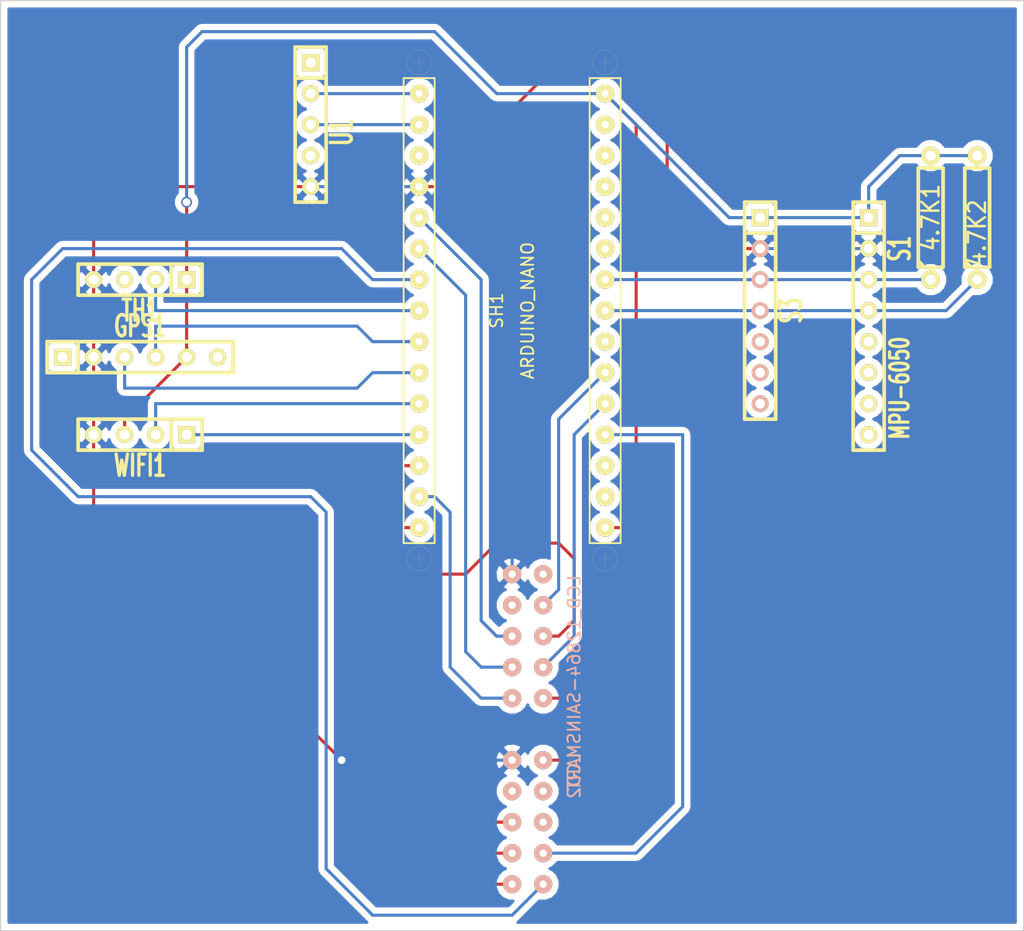
<source format=kicad_pcb>
(kicad_pcb (version 3) (host pcbnew "(25-Oct-2014 BZR 4029)-stable")

  (general
    (links 41)
    (no_connects 0)
    (area 156.368045 114.249999 243.890001 190.550001)
    (thickness 1.6)
    (drawings 4)
    (tracks 126)
    (zones 0)
    (modules 10)
    (nets 22)
  )

  (page A3)
  (layers
    (15 F.Cu signal)
    (0 B.Cu signal)
    (16 B.Adhes user)
    (17 F.Adhes user)
    (18 B.Paste user)
    (19 F.Paste user)
    (20 B.SilkS user)
    (21 F.SilkS user)
    (22 B.Mask user)
    (23 F.Mask user)
    (24 Dwgs.User user)
    (25 Cmts.User user)
    (26 Eco1.User user)
    (27 Eco2.User user)
    (28 Edge.Cuts user)
  )

  (setup
    (last_trace_width 0.254)
    (trace_clearance 0.254)
    (zone_clearance 0.508)
    (zone_45_only yes)
    (trace_min 0.254)
    (segment_width 0.2)
    (edge_width 0.1)
    (via_size 0.889)
    (via_drill 0.635)
    (via_min_size 0.889)
    (via_min_drill 0.508)
    (uvia_size 0.508)
    (uvia_drill 0.127)
    (uvias_allowed no)
    (uvia_min_size 0.508)
    (uvia_min_drill 0.127)
    (pcb_text_width 0.3)
    (pcb_text_size 1.5 1.5)
    (mod_edge_width 0.15)
    (mod_text_size 1 1)
    (mod_text_width 0.15)
    (pad_size 1.5 1.5)
    (pad_drill 0.6)
    (pad_to_mask_clearance 0)
    (aux_axis_origin 0 0)
    (visible_elements FFFFFFBF)
    (pcbplotparams
      (layerselection 3178497)
      (usegerberextensions true)
      (excludeedgelayer true)
      (linewidth 0.150000)
      (plotframeref false)
      (viasonmask false)
      (mode 1)
      (useauxorigin false)
      (hpglpennumber 1)
      (hpglpenspeed 20)
      (hpglpendiameter 15)
      (hpglpenoverlay 2)
      (psnegative false)
      (psa4output false)
      (plotreference true)
      (plotvalue true)
      (plotothertext true)
      (plotinvisibletext false)
      (padsonsilk false)
      (subtractmaskfromsilk false)
      (outputformat 1)
      (mirror false)
      (drillshape 1)
      (scaleselection 1)
      (outputdirectory ""))
  )

  (net 0 "")
  (net 1 +5V)
  (net 2 /BTN_EN1)
  (net 3 /BTN_EN2)
  (net 4 /BTN_ENC)
  (net 5 /BTN_STOP)
  (net 6 /Beeper)
  (net 7 /DHT22_DATA)
  (net 8 /LCD_SLAVE)
  (net 9 /MISO)
  (net 10 /MOSI)
  (net 11 /RX_ESP01)
  (net 12 /RX_GPS)
  (net 13 /RX_PC)
  (net 14 /SCK)
  (net 15 /SCL)
  (net 16 /SDA)
  (net 17 /SD_SLAVE)
  (net 18 /TX_ESP01)
  (net 19 /TX_GPS)
  (net 20 /TX_PC)
  (net 21 GND)

  (net_class Default "This is the default net class."
    (clearance 0.254)
    (trace_width 0.254)
    (via_dia 0.889)
    (via_drill 0.635)
    (uvia_dia 0.508)
    (uvia_drill 0.127)
    (add_net "")
    (add_net +5V)
    (add_net /BTN_EN1)
    (add_net /BTN_EN2)
    (add_net /BTN_ENC)
    (add_net /BTN_STOP)
    (add_net /Beeper)
    (add_net /DHT22_DATA)
    (add_net /LCD_SLAVE)
    (add_net /MISO)
    (add_net /MOSI)
    (add_net /RX_ESP01)
    (add_net /RX_GPS)
    (add_net /RX_PC)
    (add_net /SCK)
    (add_net /SCL)
    (add_net /SDA)
    (add_net /SD_SLAVE)
    (add_net /TX_ESP01)
    (add_net /TX_GPS)
    (add_net /TX_PC)
    (add_net GND)
  )

  (module SIL-8 (layer F.Cu) (tedit 200000) (tstamp 57673795)
    (at 231.14 140.97 270)
    (descr "Connecteur 8 pins")
    (tags "CONN DEV")
    (path /5767036F)
    (fp_text reference S1 (at -6.35 -2.54 270) (layer F.SilkS)
      (effects (font (size 1.72974 1.08712) (thickness 0.3048)))
    )
    (fp_text value MPU-6050 (at 5.08 -2.54 270) (layer F.SilkS)
      (effects (font (size 1.524 1.016) (thickness 0.3048)))
    )
    (fp_line (start -10.16 -1.27) (end 10.16 -1.27) (layer F.SilkS) (width 0.3048))
    (fp_line (start 10.16 -1.27) (end 10.16 1.27) (layer F.SilkS) (width 0.3048))
    (fp_line (start 10.16 1.27) (end -10.16 1.27) (layer F.SilkS) (width 0.3048))
    (fp_line (start -10.16 1.27) (end -10.16 -1.27) (layer F.SilkS) (width 0.3048))
    (fp_line (start -7.62 1.27) (end -7.62 -1.27) (layer F.SilkS) (width 0.3048))
    (pad 1 thru_hole rect (at -8.89 0 270) (size 1.397 1.397) (drill 0.8128)
      (layers *.Cu *.Mask F.SilkS)
      (net 1 +5V)
    )
    (pad 2 thru_hole circle (at -6.35 0 270) (size 1.397 1.397) (drill 0.8128)
      (layers *.Cu *.Mask F.SilkS)
      (net 21 GND)
    )
    (pad 3 thru_hole circle (at -3.81 0 270) (size 1.397 1.397) (drill 0.8128)
      (layers *.Cu *.Mask F.SilkS)
      (net 15 /SCL)
    )
    (pad 4 thru_hole circle (at -1.27 0 270) (size 1.397 1.397) (drill 0.8128)
      (layers *.Cu *.Mask F.SilkS)
      (net 16 /SDA)
    )
    (pad 5 thru_hole circle (at 1.27 0 270) (size 1.397 1.397) (drill 0.8128)
      (layers *.Cu *.Mask F.SilkS)
    )
    (pad 6 thru_hole circle (at 3.81 0 270) (size 1.397 1.397) (drill 0.8128)
      (layers *.Cu *.Mask F.SilkS)
    )
    (pad 7 thru_hole circle (at 6.35 0 270) (size 1.397 1.397) (drill 0.8128)
      (layers *.Cu *.Mask F.SilkS)
    )
    (pad 8 thru_hole circle (at 8.89 0 270) (size 1.397 1.397) (drill 0.8128)
      (layers *.Cu *.Mask F.SilkS)
    )
  )

  (module SIL-7 (layer F.Cu) (tedit 200000) (tstamp 576737A7)
    (at 222.25 139.7 270)
    (descr "Connecteur 7 pins")
    (tags "CONN DEV")
    (path /57670367)
    (fp_text reference S3 (at 0 -2.54 270) (layer F.SilkS)
      (effects (font (size 1.72974 1.08712) (thickness 0.3048)))
    )
    (fp_text value GY-63 (at 0 -2.54 270) (layer F.SilkS) hide
      (effects (font (size 1.524 1.016) (thickness 0.3048)))
    )
    (fp_line (start -8.89 -1.27) (end -8.89 -1.27) (layer F.SilkS) (width 0.3048))
    (fp_line (start -8.89 -1.27) (end 8.89 -1.27) (layer F.SilkS) (width 0.3048))
    (fp_line (start 8.89 -1.27) (end 8.89 1.27) (layer F.SilkS) (width 0.3048))
    (fp_line (start 8.89 1.27) (end -8.89 1.27) (layer F.SilkS) (width 0.3048))
    (fp_line (start -8.89 1.27) (end -8.89 -1.27) (layer F.SilkS) (width 0.3048))
    (fp_line (start -6.35 1.27) (end -6.35 1.27) (layer F.SilkS) (width 0.3048))
    (fp_line (start -6.35 1.27) (end -6.35 -1.27) (layer F.SilkS) (width 0.3048))
    (pad 1 thru_hole rect (at -7.62 0 270) (size 1.397 1.397) (drill 0.8128)
      (layers *.Cu *.Mask F.SilkS)
      (net 1 +5V)
    )
    (pad 2 thru_hole circle (at -5.08 0 270) (size 1.397 1.397) (drill 0.8128)
      (layers *.Cu *.SilkS *.Mask)
      (net 21 GND)
    )
    (pad 3 thru_hole circle (at -2.54 0 270) (size 1.397 1.397) (drill 0.8128)
      (layers *.Cu *.SilkS *.Mask)
      (net 15 /SCL)
    )
    (pad 4 thru_hole circle (at 0 0 270) (size 1.397 1.397) (drill 0.8128)
      (layers *.Cu *.SilkS *.Mask)
      (net 16 /SDA)
    )
    (pad 5 thru_hole circle (at 2.54 0 270) (size 1.397 1.397) (drill 0.8128)
      (layers *.Cu *.SilkS *.Mask)
    )
    (pad 6 thru_hole circle (at 5.08 0 270) (size 1.397 1.397) (drill 0.8128)
      (layers *.Cu *.SilkS *.Mask)
    )
    (pad 7 thru_hole circle (at 7.62 0 270) (size 1.397 1.397) (drill 0.8128)
      (layers *.Cu *.SilkS *.Mask)
    )
  )

  (module SIL-6 (layer F.Cu) (tedit 200000) (tstamp 576737B6)
    (at 171.45 143.51)
    (descr "Connecteur 6 pins")
    (tags "CONN DEV")
    (path /57670377)
    (fp_text reference GPS1 (at 0 -2.54) (layer F.SilkS)
      (effects (font (size 1.72974 1.08712) (thickness 0.3048)))
    )
    (fp_text value VK2828U7G5LF (at 0 -2.54) (layer F.SilkS) hide
      (effects (font (size 1.524 1.016) (thickness 0.3048)))
    )
    (fp_line (start -7.62 1.27) (end -7.62 -1.27) (layer F.SilkS) (width 0.3048))
    (fp_line (start -7.62 -1.27) (end 7.62 -1.27) (layer F.SilkS) (width 0.3048))
    (fp_line (start 7.62 -1.27) (end 7.62 1.27) (layer F.SilkS) (width 0.3048))
    (fp_line (start 7.62 1.27) (end -7.62 1.27) (layer F.SilkS) (width 0.3048))
    (fp_line (start -5.08 1.27) (end -5.08 -1.27) (layer F.SilkS) (width 0.3048))
    (pad 1 thru_hole rect (at -6.35 0) (size 1.397 1.397) (drill 0.8128)
      (layers *.Cu *.Mask F.SilkS)
    )
    (pad 2 thru_hole circle (at -3.81 0) (size 1.397 1.397) (drill 0.8128)
      (layers *.Cu *.Mask F.SilkS)
      (net 21 GND)
    )
    (pad 3 thru_hole circle (at -1.27 0) (size 1.397 1.397) (drill 0.8128)
      (layers *.Cu *.Mask F.SilkS)
      (net 12 /RX_GPS)
    )
    (pad 4 thru_hole circle (at 1.27 0) (size 1.397 1.397) (drill 0.8128)
      (layers *.Cu *.Mask F.SilkS)
      (net 19 /TX_GPS)
    )
    (pad 5 thru_hole circle (at 3.81 0) (size 1.397 1.397) (drill 0.8128)
      (layers *.Cu *.Mask F.SilkS)
      (net 1 +5V)
    )
    (pad 6 thru_hole circle (at 6.35 0) (size 1.397 1.397) (drill 0.8128)
      (layers *.Cu *.Mask F.SilkS)
    )
  )

  (module SIL-5 (layer F.Cu) (tedit 200000) (tstamp 576737C4)
    (at 185.42 125.73 270)
    (descr "Connecteur 5 pins")
    (tags "CONN DEV")
    (path /576710FE)
    (fp_text reference U1 (at -0.635 -2.54 270) (layer F.SilkS)
      (effects (font (size 1.72974 1.08712) (thickness 0.3048)))
    )
    (fp_text value MICRO-B_USB (at 0 -2.54 270) (layer F.SilkS) hide
      (effects (font (size 1.524 1.016) (thickness 0.3048)))
    )
    (fp_line (start -7.62 1.27) (end -7.62 -1.27) (layer F.SilkS) (width 0.3048))
    (fp_line (start -7.62 -1.27) (end 5.08 -1.27) (layer F.SilkS) (width 0.3048))
    (fp_line (start 5.08 -1.27) (end 5.08 1.27) (layer F.SilkS) (width 0.3048))
    (fp_line (start 5.08 1.27) (end -7.62 1.27) (layer F.SilkS) (width 0.3048))
    (fp_line (start -5.08 1.27) (end -5.08 -1.27) (layer F.SilkS) (width 0.3048))
    (pad 1 thru_hole rect (at -6.35 0 270) (size 1.397 1.397) (drill 0.8128)
      (layers *.Cu *.Mask F.SilkS)
    )
    (pad 2 thru_hole circle (at -3.81 0 270) (size 1.397 1.397) (drill 0.8128)
      (layers *.Cu *.Mask F.SilkS)
      (net 13 /RX_PC)
    )
    (pad 3 thru_hole circle (at -1.27 0 270) (size 1.397 1.397) (drill 0.8128)
      (layers *.Cu *.Mask F.SilkS)
      (net 20 /TX_PC)
    )
    (pad 4 thru_hole circle (at 1.27 0 270) (size 1.397 1.397) (drill 0.8128)
      (layers *.Cu *.Mask F.SilkS)
    )
    (pad 5 thru_hole circle (at 3.81 0 270) (size 1.397 1.397) (drill 0.8128)
      (layers *.Cu *.Mask F.SilkS)
      (net 21 GND)
    )
  )

  (module SIL-4 (layer F.Cu) (tedit 200000) (tstamp 576737D3)
    (at 171.45 149.86 180)
    (descr "Connecteur 4 pibs")
    (tags "CONN DEV")
    (path /57670378)
    (fp_text reference WIFI1 (at 0 -2.54 180) (layer F.SilkS)
      (effects (font (size 1.73482 1.08712) (thickness 0.3048)))
    )
    (fp_text value ADAPTATER_ESP01 (at 0 -2.54 180) (layer F.SilkS) hide
      (effects (font (size 1.524 1.016) (thickness 0.3048)))
    )
    (fp_line (start -5.08 -1.27) (end -5.08 -1.27) (layer F.SilkS) (width 0.3048))
    (fp_line (start -5.08 1.27) (end -5.08 -1.27) (layer F.SilkS) (width 0.3048))
    (fp_line (start -5.08 -1.27) (end -5.08 -1.27) (layer F.SilkS) (width 0.3048))
    (fp_line (start -5.08 -1.27) (end 5.08 -1.27) (layer F.SilkS) (width 0.3048))
    (fp_line (start 5.08 -1.27) (end 5.08 1.27) (layer F.SilkS) (width 0.3048))
    (fp_line (start 5.08 1.27) (end -5.08 1.27) (layer F.SilkS) (width 0.3048))
    (fp_line (start -2.54 1.27) (end -2.54 -1.27) (layer F.SilkS) (width 0.3048))
    (pad 1 thru_hole rect (at -3.81 0 180) (size 1.397 1.397) (drill 0.8128)
      (layers *.Cu *.Mask F.SilkS)
      (net 11 /RX_ESP01)
    )
    (pad 2 thru_hole circle (at -1.27 0 180) (size 1.397 1.397) (drill 0.8128)
      (layers *.Cu *.Mask F.SilkS)
      (net 18 /TX_ESP01)
    )
    (pad 3 thru_hole circle (at 1.27 0 180) (size 1.397 1.397) (drill 0.8128)
      (layers *.Cu *.Mask F.SilkS)
      (net 1 +5V)
    )
    (pad 4 thru_hole circle (at 3.81 0 180) (size 1.397 1.397) (drill 0.8128)
      (layers *.Cu *.Mask F.SilkS)
      (net 21 GND)
    )
  )

  (module R4 (layer F.Cu) (tedit 57672667) (tstamp 576737ED)
    (at 236.22 132.08 90)
    (descr "Resitance 4 pas")
    (tags R)
    (path /57670B21)
    (autoplace_cost180 10)
    (fp_text reference 4.7K1 (at 0 0 90) (layer F.SilkS)
      (effects (font (size 1.397 1.27) (thickness 0.2032)))
    )
    (fp_text value R (at 0 0 90) (layer F.SilkS) hide
      (effects (font (size 1.397 1.27) (thickness 0.2032)))
    )
    (fp_line (start -5.08 0) (end -4.064 0) (layer F.SilkS) (width 0.3048))
    (fp_line (start -4.064 0) (end -4.064 -1.016) (layer F.SilkS) (width 0.3048))
    (fp_line (start -4.064 -1.016) (end 4.064 -1.016) (layer F.SilkS) (width 0.3048))
    (fp_line (start 4.064 -1.016) (end 4.064 1.016) (layer F.SilkS) (width 0.3048))
    (fp_line (start 4.064 1.016) (end -4.064 1.016) (layer F.SilkS) (width 0.3048))
    (fp_line (start -4.064 1.016) (end -4.064 0) (layer F.SilkS) (width 0.3048))
    (fp_line (start -4.064 -0.508) (end -3.556 -1.016) (layer F.SilkS) (width 0.3048))
    (fp_line (start 5.08 0) (end 4.064 0) (layer F.SilkS) (width 0.3048))
    (pad 1 thru_hole circle (at -5.08 0 90) (size 1.524 1.524) (drill 0.8128)
      (layers *.Cu *.Mask F.SilkS)
      (net 15 /SCL)
    )
    (pad 2 thru_hole circle (at 5.08 0 90) (size 1.524 1.524) (drill 0.8128)
      (layers *.Cu *.Mask F.SilkS)
      (net 1 +5V)
    )
    (model discret/resistor.wrl
      (at (xyz 0 0 0))
      (scale (xyz 0.4 0.4 0.4))
      (rotate (xyz 0 0 0))
    )
  )

  (module R4 (layer F.Cu) (tedit 5767267F) (tstamp 576737FB)
    (at 240.03 132.08 90)
    (descr "Resitance 4 pas")
    (tags R)
    (path /57670BCA)
    (autoplace_cost180 10)
    (fp_text reference 4.7K2 (at -1.27 0 90) (layer F.SilkS)
      (effects (font (size 1.397 1.27) (thickness 0.2032)))
    )
    (fp_text value R (at 0 0 90) (layer F.SilkS) hide
      (effects (font (size 1.397 1.27) (thickness 0.2032)))
    )
    (fp_line (start -5.08 0) (end -4.064 0) (layer F.SilkS) (width 0.3048))
    (fp_line (start -4.064 0) (end -4.064 -1.016) (layer F.SilkS) (width 0.3048))
    (fp_line (start -4.064 -1.016) (end 4.064 -1.016) (layer F.SilkS) (width 0.3048))
    (fp_line (start 4.064 -1.016) (end 4.064 1.016) (layer F.SilkS) (width 0.3048))
    (fp_line (start 4.064 1.016) (end -4.064 1.016) (layer F.SilkS) (width 0.3048))
    (fp_line (start -4.064 1.016) (end -4.064 0) (layer F.SilkS) (width 0.3048))
    (fp_line (start -4.064 -0.508) (end -3.556 -1.016) (layer F.SilkS) (width 0.3048))
    (fp_line (start 5.08 0) (end 4.064 0) (layer F.SilkS) (width 0.3048))
    (pad 1 thru_hole circle (at -5.08 0 90) (size 1.524 1.524) (drill 0.8128)
      (layers *.Cu *.Mask F.SilkS)
      (net 16 /SDA)
    )
    (pad 2 thru_hole circle (at 5.08 0 90) (size 1.524 1.524) (drill 0.8128)
      (layers *.Cu *.Mask F.SilkS)
      (net 1 +5V)
    )
    (model discret/resistor.wrl
      (at (xyz 0 0 0))
      (scale (xyz 0.4 0.4 0.4))
      (rotate (xyz 0 0 0))
    )
  )

  (module ARDUINO_NANO_2 (layer F.Cu) (tedit 547AF913) (tstamp 57673831)
    (at 201.93 139.7)
    (path /57670363)
    (fp_text reference SH1 (at -1.27 0 90) (layer F.SilkS)
      (effects (font (size 1 1) (thickness 0.15)))
    )
    (fp_text value ARDUINO_NANO (at 1.27 0 90) (layer F.SilkS)
      (effects (font (size 1 1) (thickness 0.15)))
    )
    (fp_line (start -7.62 19.812) (end -7.62 20.828) (layer F.SilkS) (width 0.01))
    (fp_circle (center 7.62 20.32) (end 7.62 19.304) (layer F.SilkS) (width 0.01))
    (fp_circle (center -7.62 20.32) (end -8.636 20.32) (layer F.SilkS) (width 0.01))
    (fp_circle (center 7.62 -20.32) (end 6.604 -20.32) (layer F.SilkS) (width 0.01))
    (fp_circle (center -7.62 -20.32) (end -6.604 -20.32) (layer F.SilkS) (width 0.01))
    (fp_line (start 7.112 -20.32) (end 8.128 -20.32) (layer F.SilkS) (width 0.01))
    (fp_line (start 7.62 -20.828) (end 7.62 -19.812) (layer F.SilkS) (width 0.01))
    (fp_line (start -8.128 -20.32) (end -7.112 -20.32) (layer F.SilkS) (width 0.01))
    (fp_line (start -7.62 -20.828) (end -7.62 -19.812) (layer F.SilkS) (width 0.01))
    (fp_line (start -8.128 20.32) (end -7.112 20.32) (layer F.SilkS) (width 0.01))
    (fp_line (start 7.112 20.32) (end 8.128 20.32) (layer F.SilkS) (width 0.01))
    (fp_line (start 7.62 19.812) (end 7.62 20.828) (layer F.SilkS) (width 0.01))
    (fp_line (start -8.89 -19.05) (end -6.35 -19.05) (layer F.SilkS) (width 0.15))
    (fp_line (start -6.35 -19.05) (end -6.35 19.05) (layer F.SilkS) (width 0.15))
    (fp_line (start -6.35 19.05) (end -8.89 19.05) (layer F.SilkS) (width 0.15))
    (fp_line (start -8.89 19.05) (end -8.89 -19.05) (layer F.SilkS) (width 0.15))
    (fp_line (start 6.35 -19.05) (end 8.89 -19.05) (layer F.SilkS) (width 0.15))
    (fp_line (start 8.89 -19.05) (end 8.89 19.05) (layer F.SilkS) (width 0.15))
    (fp_line (start 8.89 19.05) (end 6.35 19.05) (layer F.SilkS) (width 0.15))
    (fp_line (start 6.35 19.05) (end 6.35 -19.05) (layer F.SilkS) (width 0.15))
    (pad 0 thru_hole circle (at -7.62 -15.24) (size 1.5 1.5) (drill 0.6)
      (layers *.Cu *.Mask F.SilkS)
      (net 20 /TX_PC)
    )
    (pad 1 thru_hole circle (at -7.62 -17.78) (size 1.5 1.5) (drill 0.6)
      (layers *.Cu *.Mask F.SilkS)
      (net 13 /RX_PC)
    )
    (pad 2 thru_hole circle (at -7.62 -7.62) (size 1.5 1.5) (drill 0.6)
      (layers *.Cu *.Mask F.SilkS)
      (net 2 /BTN_EN1)
    )
    (pad 3 thru_hole circle (at -7.62 -5.08) (size 1.5 1.5) (drill 0.6)
      (layers *.Cu *.Mask F.SilkS)
      (net 3 /BTN_EN2)
    )
    (pad 4 thru_hole circle (at -7.62 -2.54) (size 1.5 1.5) (drill 0.6)
      (layers *.Cu *.Mask F.SilkS)
      (net 4 /BTN_ENC)
    )
    (pad 5 thru_hole circle (at -7.62 0) (size 1.5 1.5) (drill 0.6)
      (layers *.Cu *.Mask F.SilkS)
      (net 7 /DHT22_DATA)
    )
    (pad 6 thru_hole circle (at -7.62 2.54) (size 1.5 1.5) (drill 0.6)
      (layers *.Cu *.Mask F.SilkS)
      (net 19 /TX_GPS)
    )
    (pad 7 thru_hole circle (at -7.62 5.08) (size 1.5 1.5) (drill 0.6)
      (layers *.Cu *.Mask F.SilkS)
      (net 12 /RX_GPS)
    )
    (pad 8 thru_hole circle (at -7.62 7.62) (size 1.5 1.5) (drill 0.6)
      (layers *.Cu *.Mask F.SilkS)
      (net 18 /TX_ESP01)
    )
    (pad 9 thru_hole circle (at -7.62 10.16) (size 1.5 1.5) (drill 0.6)
      (layers *.Cu *.Mask F.SilkS)
      (net 11 /RX_ESP01)
    )
    (pad 10 thru_hole circle (at -7.62 12.7) (size 1.5 1.5) (drill 0.6)
      (layers *.Cu *.Mask F.SilkS)
      (net 6 /Beeper)
    )
    (pad 11 thru_hole circle (at -7.62 15.24) (size 1.5 1.5) (drill 0.6)
      (layers *.Cu *.Mask F.SilkS)
      (net 9 /MISO)
    )
    (pad 12 thru_hole circle (at -7.62 17.78) (size 1.5 1.5) (drill 0.6)
      (layers *.Cu *.Mask F.SilkS)
      (net 10 /MOSI)
    )
    (pad 13 thru_hole circle (at 7.62 17.78) (size 1.5 1.5) (drill 0.6)
      (layers *.Cu *.Mask F.SilkS)
      (net 14 /SCK)
    )
    (pad A0 thru_hole circle (at 7.62 10.16) (size 1.5 1.5) (drill 0.6)
      (layers *.Cu *.Mask F.SilkS)
      (net 8 /LCD_SLAVE)
    )
    (pad A1 thru_hole circle (at 7.62 7.62) (size 1.5 1.5) (drill 0.6)
      (layers *.Cu *.Mask F.SilkS)
      (net 17 /SD_SLAVE)
    )
    (pad A2 thru_hole circle (at 7.62 5.08) (size 1.5 1.5) (drill 0.6)
      (layers *.Cu *.Mask F.SilkS)
      (net 5 /BTN_STOP)
    )
    (pad A3 thru_hole circle (at 7.62 2.54) (size 1.5 1.5) (drill 0.6)
      (layers *.Cu *.Mask F.SilkS)
    )
    (pad A4 thru_hole circle (at 7.62 0) (size 1.5 1.5) (drill 0.6)
      (layers *.Cu *.Mask F.SilkS)
      (net 16 /SDA)
    )
    (pad A5 thru_hole circle (at 7.62 -2.54) (size 1.5 1.5) (drill 0.6)
      (layers *.Cu *.Mask F.SilkS)
      (net 15 /SCL)
    )
    (pad A6 thru_hole circle (at 7.62 -5.08) (size 1.5 1.5) (drill 0.6)
      (layers *.Cu *.Mask F.SilkS)
    )
    (pad A7 thru_hole circle (at 7.62 -7.62) (size 1.5 1.5) (drill 0.6)
      (layers *.Cu *.Mask F.SilkS)
    )
    (pad RST1 thru_hole circle (at -7.62 -12.7) (size 1.5 1.5) (drill 0.6)
      (layers *.Cu *.Mask F.SilkS)
    )
    (pad GND1 thru_hole circle (at -7.62 -10.16) (size 1.5 1.5) (drill 0.6)
      (layers *.Cu *.Mask F.SilkS)
      (net 21 GND)
    )
    (pad 3V3 thru_hole circle (at 7.62 15.24) (size 1.5 1.5) (drill 0.6)
      (layers *.Cu *.Mask F.SilkS)
    )
    (pad AREF thru_hole circle (at 7.62 12.7) (size 1.5 1.5) (drill 0.6)
      (layers *.Cu *.Mask F.SilkS)
    )
    (pad 5V thru_hole circle (at 7.62 -10.16) (size 1.5 1.5) (drill 0.6)
      (layers *.Cu *.Mask F.SilkS)
    )
    (pad RST2 thru_hole circle (at 7.62 -12.7) (size 1.5 1.5) (drill 0.6)
      (layers *.Cu *.Mask F.SilkS)
    )
    (pad GND2 thru_hole circle (at 7.62 -15.24) (size 1.5 1.5) (drill 0.6)
      (layers *.Cu *.Mask F.SilkS)
    )
    (pad VIN thru_hole circle (at 7.62 -17.78) (size 1.5 1.5) (drill 0.6)
      (layers *.Cu *.Mask F.SilkS)
      (net 1 +5V)
    )
  )

  (module 12_pins (layer B.Cu) (tedit 57672363) (tstamp 5767A4E0)
    (at 203.2 173.99 90)
    (path /5767037A)
    (fp_text reference LCD2 (at -3.81 3.81 90) (layer B.SilkS)
      (effects (font (size 1 1) (thickness 0.15)) (justify mirror))
    )
    (fp_text value LCD_12864-SAINSMART (at 3.81 3.81 90) (layer B.SilkS)
      (effects (font (size 1 1) (thickness 0.15)) (justify mirror))
    )
    (pad 1 thru_hole circle (at -12.7 -1.27 270) (size 1.5 1.5) (drill 0.6)
      (layers *.Cu *.Mask B.SilkS)
      (net 6 /Beeper)
    )
    (pad 2 thru_hole circle (at -12.7 1.27 270) (size 1.5 1.5) (drill 0.6)
      (layers *.Cu *.Mask B.SilkS)
      (net 4 /BTN_ENC)
    )
    (pad 3 thru_hole circle (at -10.16 -1.27 270) (size 1.5 1.5) (drill 0.6)
      (layers *.Cu *.Mask B.SilkS)
      (net 10 /MOSI)
    )
    (pad 4 thru_hole circle (at -10.16 1.27 270) (size 1.5 1.5) (drill 0.6)
      (layers *.Cu *.Mask B.SilkS)
      (net 8 /LCD_SLAVE)
    )
    (pad 5 thru_hole circle (at -7.62 -1.27 270) (size 1.5 1.5) (drill 0.6)
      (layers *.Cu *.Mask B.SilkS)
      (net 14 /SCK)
    )
    (pad 6 thru_hole circle (at -7.62 1.27 270) (size 1.5 1.5) (drill 0.6)
      (layers *.Cu *.Mask B.SilkS)
    )
    (pad 7 thru_hole circle (at -5.08 -1.27 270) (size 1.5 1.5) (drill 0.6)
      (layers *.Cu *.Mask B.SilkS)
    )
    (pad 8 thru_hole circle (at -5.08 1.27 270) (size 1.5 1.5) (drill 0.6)
      (layers *.Cu *.Mask B.SilkS)
    )
    (pad 9 thru_hole circle (at -2.54 -1.27 270) (size 1.5 1.5) (drill 0.6)
      (layers *.Cu *.Mask B.SilkS)
      (net 21 GND)
    )
    (pad 10 thru_hole circle (at -2.54 1.27 270) (size 1.5 1.5) (drill 0.6)
      (layers *.Cu *.Mask B.SilkS)
      (net 1 +5V)
    )
    (pad 11 thru_hole circle (at 2.54 -1.27 270) (size 1.5 1.5) (drill 0.6)
      (layers *.Cu *.Mask B.SilkS)
      (net 9 /MISO)
    )
    (pad 12 thru_hole circle (at 2.54 1.27 270) (size 1.5 1.5) (drill 0.6)
      (layers *.Cu *.Mask B.SilkS)
      (net 14 /SCK)
    )
    (pad 13 thru_hole circle (at 5.08 -1.27 270) (size 1.5 1.5) (drill 0.6)
      (layers *.Cu *.Mask B.SilkS)
      (net 3 /BTN_EN2)
    )
    (pad 14 thru_hole circle (at 5.08 1.27 270) (size 1.5 1.5) (drill 0.6)
      (layers *.Cu *.Mask B.SilkS)
      (net 17 /SD_SLAVE)
    )
    (pad 15 thru_hole circle (at 7.62 -1.27 270) (size 1.5 1.5) (drill 0.6)
      (layers *.Cu *.Mask B.SilkS)
      (net 2 /BTN_EN1)
    )
    (pad 16 thru_hole circle (at 7.62 1.27 270) (size 1.5 1.5) (drill 0.6)
      (layers *.Cu *.Mask B.SilkS)
      (net 10 /MOSI)
    )
    (pad 17 thru_hole circle (at 10.16 -1.27 270) (size 1.5 1.5) (drill 0.6)
      (layers *.Cu *.Mask B.SilkS)
    )
    (pad 18 thru_hole circle (at 10.16 1.27 270) (size 1.5 1.5) (drill 0.6)
      (layers *.Cu *.Mask B.SilkS)
      (net 5 /BTN_STOP)
    )
    (pad 19 thru_hole circle (at 12.7 -1.27 270) (size 1.5 1.5) (drill 0.6)
      (layers *.Cu *.Mask B.SilkS)
      (net 21 GND)
    )
    (pad 20 thru_hole circle (at 12.7 1.27 270) (size 1.5 1.5) (drill 0.6)
      (layers *.Cu *.Mask B.SilkS)
    )
  )

  (module SIL-4 (layer F.Cu) (tedit 200000) (tstamp 576737DF)
    (at 171.45 137.16 180)
    (descr "Connecteur 4 pibs")
    (tags "CONN DEV")
    (path /57670364)
    (fp_text reference TH1 (at 0 -2.54 180) (layer F.SilkS)
      (effects (font (size 1.73482 1.08712) (thickness 0.3048)))
    )
    (fp_text value DHT22_TEMPERATURE_HUMIDITY (at 0 -2.54 180) (layer F.SilkS) hide
      (effects (font (size 1.524 1.016) (thickness 0.3048)))
    )
    (fp_line (start -5.08 -1.27) (end -5.08 -1.27) (layer F.SilkS) (width 0.3048))
    (fp_line (start -5.08 1.27) (end -5.08 -1.27) (layer F.SilkS) (width 0.3048))
    (fp_line (start -5.08 -1.27) (end -5.08 -1.27) (layer F.SilkS) (width 0.3048))
    (fp_line (start -5.08 -1.27) (end 5.08 -1.27) (layer F.SilkS) (width 0.3048))
    (fp_line (start 5.08 -1.27) (end 5.08 1.27) (layer F.SilkS) (width 0.3048))
    (fp_line (start 5.08 1.27) (end -5.08 1.27) (layer F.SilkS) (width 0.3048))
    (fp_line (start -2.54 1.27) (end -2.54 -1.27) (layer F.SilkS) (width 0.3048))
    (pad 1 thru_hole rect (at -3.81 0 180) (size 1.397 1.397) (drill 0.8128)
      (layers *.Cu *.Mask F.SilkS)
      (net 1 +5V)
    )
    (pad 2 thru_hole circle (at -1.27 0 180) (size 1.397 1.397) (drill 0.8128)
      (layers *.Cu *.Mask F.SilkS)
      (net 7 /DHT22_DATA)
    )
    (pad 3 thru_hole circle (at 1.27 0 180) (size 1.397 1.397) (drill 0.8128)
      (layers *.Cu *.Mask F.SilkS)
    )
    (pad 4 thru_hole circle (at 3.81 0 180) (size 1.397 1.397) (drill 0.8128)
      (layers *.Cu *.Mask F.SilkS)
      (net 21 GND)
    )
  )

  (gr_line (start 160.02 190.5) (end 160.02 114.3) (angle 90) (layer Edge.Cuts) (width 0.1))
  (gr_line (start 243.84 190.5) (end 160.02 190.5) (angle 90) (layer Edge.Cuts) (width 0.1))
  (gr_line (start 243.84 114.3) (end 243.84 190.5) (angle 90) (layer Edge.Cuts) (width 0.1))
  (gr_line (start 160.02 114.3) (end 243.84 114.3) (angle 90) (layer Edge.Cuts) (width 0.1))

  (segment (start 204.47 176.53) (end 212.09 176.53) (width 0.254) (layer F.Cu) (net 1) (status 10))
  (segment (start 212.09 124.46) (end 209.55 121.92) (width 0.254) (layer F.Cu) (net 1) (tstamp 5767A429))
  (segment (start 212.09 156.21) (end 212.09 124.46) (width 0.254) (layer F.Cu) (net 1) (tstamp 5767A427))
  (segment (start 214.63 158.75) (end 212.09 156.21) (width 0.254) (layer F.Cu) (net 1) (tstamp 5767A425))
  (segment (start 214.63 173.99) (end 214.63 158.75) (width 0.254) (layer F.Cu) (net 1) (tstamp 5767A423))
  (segment (start 212.09 176.53) (end 214.63 173.99) (width 0.254) (layer F.Cu) (net 1) (tstamp 5767A421))
  (segment (start 209.55 121.92) (end 200.66 121.92) (width 0.254) (layer B.Cu) (net 1))
  (segment (start 175.26 130.81) (end 175.26 137.16) (width 0.254) (layer F.Cu) (net 1) (tstamp 5767A406))
  (via (at 175.26 130.81) (size 0.889) (layers F.Cu B.Cu) (net 1))
  (segment (start 175.26 118.11) (end 175.26 130.81) (width 0.254) (layer B.Cu) (net 1) (tstamp 5767A403))
  (segment (start 176.53 116.84) (end 175.26 118.11) (width 0.254) (layer B.Cu) (net 1) (tstamp 5767A401))
  (segment (start 195.58 116.84) (end 176.53 116.84) (width 0.254) (layer B.Cu) (net 1) (tstamp 5767A3FF))
  (segment (start 200.66 121.92) (end 195.58 116.84) (width 0.254) (layer B.Cu) (net 1) (tstamp 5767A3FD))
  (segment (start 222.25 132.08) (end 219.71 132.08) (width 0.254) (layer B.Cu) (net 1))
  (segment (start 219.71 132.08) (end 209.55 121.92) (width 0.254) (layer B.Cu) (net 1) (tstamp 5767A3EE))
  (segment (start 175.26 137.16) (end 175.26 143.51) (width 0.254) (layer F.Cu) (net 1))
  (segment (start 175.26 143.51) (end 170.18 148.59) (width 0.254) (layer F.Cu) (net 1) (tstamp 5767A3B0))
  (segment (start 170.18 148.59) (end 170.18 149.86) (width 0.254) (layer F.Cu) (net 1) (tstamp 5767A3B1))
  (segment (start 240.03 127) (end 236.22 127) (width 0.254) (layer B.Cu) (net 1))
  (segment (start 236.22 127) (end 233.68 127) (width 0.254) (layer B.Cu) (net 1) (tstamp 5767A242))
  (segment (start 233.68 127) (end 231.14 129.54) (width 0.254) (layer B.Cu) (net 1) (tstamp 5767A243))
  (segment (start 231.14 129.54) (end 231.14 132.08) (width 0.254) (layer B.Cu) (net 1) (tstamp 5767A244))
  (segment (start 231.14 132.08) (end 222.25 132.08) (width 0.254) (layer B.Cu) (net 1) (tstamp 5767A246))
  (segment (start 201.93 166.37) (end 200.66 166.37) (width 0.254) (layer B.Cu) (net 2) (status 10))
  (segment (start 199.39 137.16) (end 194.31 132.08) (width 0.254) (layer B.Cu) (net 2) (tstamp 5767A3A7))
  (segment (start 199.39 165.1) (end 199.39 137.16) (width 0.254) (layer B.Cu) (net 2) (tstamp 5767A3A6))
  (segment (start 200.66 166.37) (end 199.39 165.1) (width 0.254) (layer B.Cu) (net 2) (tstamp 5767A3A5))
  (segment (start 201.93 168.91) (end 199.39 168.91) (width 0.254) (layer B.Cu) (net 3) (status 10))
  (segment (start 198.12 138.43) (end 194.31 134.62) (width 0.254) (layer B.Cu) (net 3) (tstamp 5767A3A1))
  (segment (start 198.12 167.64) (end 198.12 138.43) (width 0.254) (layer B.Cu) (net 3) (tstamp 5767A3A0))
  (segment (start 199.39 168.91) (end 198.12 167.64) (width 0.254) (layer B.Cu) (net 3) (tstamp 5767A39F))
  (segment (start 190.5 137.16) (end 194.31 137.16) (width 0.254) (layer B.Cu) (net 4) (tstamp 5767A379))
  (segment (start 187.96 134.62) (end 190.5 137.16) (width 0.254) (layer B.Cu) (net 4) (tstamp 5767A377))
  (segment (start 165.1 134.62) (end 187.96 134.62) (width 0.254) (layer B.Cu) (net 4) (tstamp 5767A375))
  (segment (start 162.56 137.16) (end 165.1 134.62) (width 0.254) (layer B.Cu) (net 4) (tstamp 5767A373))
  (segment (start 162.56 151.13) (end 162.56 137.16) (width 0.254) (layer B.Cu) (net 4) (tstamp 5767A371))
  (segment (start 166.37 154.94) (end 162.56 151.13) (width 0.254) (layer B.Cu) (net 4) (tstamp 5767A36F))
  (segment (start 185.42 154.94) (end 166.37 154.94) (width 0.254) (layer B.Cu) (net 4) (tstamp 5767A36D))
  (segment (start 186.69 156.21) (end 185.42 154.94) (width 0.254) (layer B.Cu) (net 4) (tstamp 5767A36B))
  (segment (start 186.69 185.42) (end 186.69 156.21) (width 0.254) (layer B.Cu) (net 4) (tstamp 5767A369))
  (segment (start 190.5 189.23) (end 186.69 185.42) (width 0.254) (layer B.Cu) (net 4) (tstamp 5767A367))
  (segment (start 204.47 186.69) (end 201.93 189.23) (width 0.254) (layer B.Cu) (net 4) (status 10))
  (segment (start 201.93 189.23) (end 190.5 189.23) (width 0.254) (layer B.Cu) (net 4) (tstamp 5767A366))
  (segment (start 204.47 163.83) (end 205.74 162.56) (width 0.254) (layer B.Cu) (net 5) (status 10))
  (segment (start 205.74 148.59) (end 209.55 144.78) (width 0.254) (layer B.Cu) (net 5) (tstamp 5767A2FE))
  (segment (start 205.74 162.56) (end 205.74 148.59) (width 0.254) (layer B.Cu) (net 5) (tstamp 5767A2FD))
  (segment (start 194.31 152.4) (end 191.77 152.4) (width 0.254) (layer F.Cu) (net 6))
  (segment (start 190.5 186.69) (end 201.93 186.69) (width 0.254) (layer F.Cu) (net 6) (tstamp 5767A345) (status 20))
  (segment (start 189.23 185.42) (end 190.5 186.69) (width 0.254) (layer F.Cu) (net 6) (tstamp 5767A343))
  (segment (start 189.23 154.94) (end 189.23 185.42) (width 0.254) (layer F.Cu) (net 6) (tstamp 5767A341))
  (segment (start 191.77 152.4) (end 189.23 154.94) (width 0.254) (layer F.Cu) (net 6) (tstamp 5767A33F))
  (segment (start 172.72 137.16) (end 172.72 139.7) (width 0.254) (layer B.Cu) (net 7))
  (segment (start 172.72 139.7) (end 194.31 139.7) (width 0.254) (layer B.Cu) (net 7) (tstamp 5767A21D))
  (segment (start 204.47 184.15) (end 212.09 184.15) (width 0.254) (layer B.Cu) (net 8) (status 10))
  (segment (start 215.9 180.34) (end 215.9 149.86) (width 0.254) (layer B.Cu) (net 8) (tstamp 5767A37F))
  (segment (start 215.9 149.86) (end 209.55 149.86) (width 0.254) (layer B.Cu) (net 8) (tstamp 5767A250))
  (segment (start 212.09 184.15) (end 215.9 180.34) (width 0.254) (layer B.Cu) (net 8) (tstamp 5767A468))
  (segment (start 194.31 154.94) (end 195.58 154.94) (width 0.254) (layer B.Cu) (net 9))
  (segment (start 195.58 154.94) (end 196.85 156.21) (width 0.254) (layer B.Cu) (net 9) (tstamp 5767A35C))
  (segment (start 196.85 156.21) (end 196.85 168.91) (width 0.254) (layer B.Cu) (net 9) (tstamp 5767A35E))
  (segment (start 196.85 168.91) (end 199.39 171.45) (width 0.254) (layer B.Cu) (net 9) (tstamp 5767A360))
  (segment (start 199.39 171.45) (end 201.93 171.45) (width 0.254) (layer B.Cu) (net 9) (tstamp 5767A362) (status 20))
  (segment (start 190.5 161.29) (end 198.12 161.29) (width 0.254) (layer F.Cu) (net 10))
  (segment (start 198.12 161.29) (end 200.66 158.75) (width 0.254) (layer F.Cu) (net 10) (tstamp 5767A330))
  (segment (start 200.66 158.75) (end 205.74 158.75) (width 0.254) (layer F.Cu) (net 10) (tstamp 5767A332))
  (segment (start 205.74 158.75) (end 207.01 160.02) (width 0.254) (layer F.Cu) (net 10) (tstamp 5767A334))
  (segment (start 207.01 160.02) (end 207.01 165.1) (width 0.254) (layer F.Cu) (net 10) (tstamp 5767A336))
  (segment (start 207.01 165.1) (end 205.74 166.37) (width 0.254) (layer F.Cu) (net 10) (tstamp 5767A338))
  (segment (start 205.74 166.37) (end 204.47 166.37) (width 0.254) (layer F.Cu) (net 10) (tstamp 5767A33A) (status 20))
  (segment (start 190.5 158.75) (end 190.5 161.29) (width 0.254) (layer F.Cu) (net 10))
  (segment (start 190.5 161.29) (end 190.5 182.88) (width 0.254) (layer F.Cu) (net 10) (tstamp 5767A32E))
  (segment (start 191.77 157.48) (end 190.5 158.75) (width 0.254) (layer F.Cu) (net 10) (tstamp 5767A324))
  (segment (start 194.31 157.48) (end 191.77 157.48) (width 0.254) (layer F.Cu) (net 10))
  (segment (start 191.77 184.15) (end 201.93 184.15) (width 0.254) (layer F.Cu) (net 10) (tstamp 5767A32A) (status 20))
  (segment (start 190.5 182.88) (end 191.77 184.15) (width 0.254) (layer F.Cu) (net 10) (tstamp 5767A328))
  (segment (start 175.26 149.86) (end 194.31 149.86) (width 0.254) (layer B.Cu) (net 11))
  (segment (start 170.18 143.51) (end 170.18 146.05) (width 0.254) (layer B.Cu) (net 12))
  (segment (start 190.5 144.78) (end 194.31 144.78) (width 0.254) (layer B.Cu) (net 12) (tstamp 5767A228))
  (segment (start 189.23 146.05) (end 190.5 144.78) (width 0.254) (layer B.Cu) (net 12) (tstamp 5767A227))
  (segment (start 170.18 146.05) (end 189.23 146.05) (width 0.254) (layer B.Cu) (net 12) (tstamp 5767A226))
  (segment (start 194.31 121.92) (end 185.42 121.92) (width 0.254) (layer B.Cu) (net 13))
  (segment (start 213.36 171.45) (end 213.36 173.99) (width 0.254) (layer F.Cu) (net 14))
  (segment (start 200.66 181.61) (end 201.93 181.61) (width 0.254) (layer F.Cu) (net 14) (tstamp 5767A358) (status 20))
  (segment (start 199.39 180.34) (end 200.66 181.61) (width 0.254) (layer F.Cu) (net 14) (tstamp 5767A357))
  (segment (start 199.39 173.99) (end 199.39 180.34) (width 0.254) (layer F.Cu) (net 14) (tstamp 5767A356))
  (segment (start 213.36 173.99) (end 199.39 173.99) (width 0.254) (layer F.Cu) (net 14) (tstamp 5767A355))
  (segment (start 209.55 157.48) (end 212.09 157.48) (width 0.254) (layer F.Cu) (net 14))
  (segment (start 213.36 171.45) (end 204.47 171.45) (width 0.254) (layer F.Cu) (net 14) (tstamp 5767A351) (status 20))
  (segment (start 213.36 158.75) (end 213.36 171.45) (width 0.254) (layer F.Cu) (net 14) (tstamp 5767A34F))
  (segment (start 212.09 157.48) (end 213.36 158.75) (width 0.254) (layer F.Cu) (net 14) (tstamp 5767A34D))
  (segment (start 209.55 137.16) (end 222.25 137.16) (width 0.254) (layer B.Cu) (net 15))
  (segment (start 222.25 137.16) (end 231.14 137.16) (width 0.254) (layer B.Cu) (net 15) (tstamp 5767A239))
  (segment (start 231.14 137.16) (end 236.22 137.16) (width 0.254) (layer B.Cu) (net 15) (tstamp 5767A23A))
  (segment (start 209.55 139.7) (end 222.25 139.7) (width 0.254) (layer B.Cu) (net 16))
  (segment (start 222.25 139.7) (end 231.14 139.7) (width 0.254) (layer B.Cu) (net 16) (tstamp 5767A23D))
  (segment (start 231.14 139.7) (end 237.49 139.7) (width 0.254) (layer B.Cu) (net 16) (tstamp 5767A23E))
  (segment (start 237.49 139.7) (end 240.03 137.16) (width 0.254) (layer B.Cu) (net 16) (tstamp 5767A23F))
  (segment (start 204.47 168.91) (end 207.01 166.37) (width 0.254) (layer B.Cu) (net 17) (status 10))
  (segment (start 207.01 149.86) (end 209.55 147.32) (width 0.254) (layer B.Cu) (net 17) (tstamp 5767A384))
  (segment (start 207.01 166.37) (end 207.01 149.86) (width 0.254) (layer B.Cu) (net 17) (tstamp 5767A383))
  (segment (start 172.72 149.86) (end 172.72 147.32) (width 0.254) (layer B.Cu) (net 18))
  (segment (start 172.72 147.32) (end 194.31 147.32) (width 0.254) (layer B.Cu) (net 18) (tstamp 5767A22D))
  (segment (start 172.72 143.51) (end 172.72 140.97) (width 0.254) (layer B.Cu) (net 19))
  (segment (start 190.5 142.24) (end 194.31 142.24) (width 0.254) (layer B.Cu) (net 19) (tstamp 5767A222))
  (segment (start 189.23 140.97) (end 190.5 142.24) (width 0.254) (layer B.Cu) (net 19) (tstamp 5767A221))
  (segment (start 172.72 140.97) (end 189.23 140.97) (width 0.254) (layer B.Cu) (net 19) (tstamp 5767A220))
  (segment (start 194.31 124.46) (end 185.42 124.46) (width 0.254) (layer B.Cu) (net 20))
  (segment (start 201.93 161.29) (end 201.93 137.16) (width 0.254) (layer B.Cu) (net 21) (status 10))
  (segment (start 201.93 137.16) (end 194.31 129.54) (width 0.254) (layer B.Cu) (net 21) (tstamp 5767A411))
  (segment (start 201.93 176.53) (end 187.96 176.53) (width 0.254) (layer B.Cu) (net 21) (status 10))
  (segment (start 167.64 156.21) (end 167.64 149.86) (width 0.254) (layer F.Cu) (net 21) (tstamp 5767A40C))
  (segment (start 187.96 176.53) (end 167.64 156.21) (width 0.254) (layer F.Cu) (net 21) (tstamp 5767A40B))
  (via (at 187.96 176.53) (size 0.889) (layers F.Cu B.Cu) (net 21))
  (segment (start 194.31 129.54) (end 195.58 129.54) (width 0.254) (layer F.Cu) (net 21))
  (segment (start 215.9 134.62) (end 222.25 134.62) (width 0.254) (layer F.Cu) (net 21) (tstamp 5767A3E2))
  (segment (start 214.63 133.35) (end 215.9 134.62) (width 0.254) (layer F.Cu) (net 21) (tstamp 5767A3E0))
  (segment (start 214.63 121.92) (end 214.63 133.35) (width 0.254) (layer F.Cu) (net 21) (tstamp 5767A3DE))
  (segment (start 210.82 118.11) (end 214.63 121.92) (width 0.254) (layer F.Cu) (net 21) (tstamp 5767A3DC))
  (segment (start 207.01 118.11) (end 210.82 118.11) (width 0.254) (layer F.Cu) (net 21) (tstamp 5767A3DA))
  (segment (start 195.58 129.54) (end 207.01 118.11) (width 0.254) (layer F.Cu) (net 21) (tstamp 5767A3D8))
  (segment (start 185.42 129.54) (end 167.64 129.54) (width 0.254) (layer F.Cu) (net 21))
  (segment (start 167.64 129.54) (end 167.64 137.16) (width 0.254) (layer F.Cu) (net 21) (tstamp 5767A3AB))
  (segment (start 167.64 137.16) (end 167.64 143.51) (width 0.254) (layer F.Cu) (net 21) (tstamp 5767A3AC))
  (segment (start 167.64 143.51) (end 167.64 149.86) (width 0.254) (layer F.Cu) (net 21) (tstamp 5767A3AD))
  (segment (start 231.14 134.62) (end 222.25 134.62) (width 0.254) (layer B.Cu) (net 21))
  (segment (start 194.31 129.54) (end 185.42 129.54) (width 0.254) (layer B.Cu) (net 21))

  (zone (net 21) (net_name GND) (layer B.Cu) (tstamp 5767A4E8) (hatch edge 0.508)
    (connect_pads (clearance 0.508))
    (min_thickness 0.254)
    (fill (arc_segments 16) (thermal_gap 0.508) (thermal_bridge_width 0.508))
    (polygon
      (pts
        (xy 243.84 190.5) (xy 160.02 190.5) (xy 160.02 114.3) (xy 243.84 114.3)
      )
    )
    (filled_polygon
      (pts
        (xy 215.138 180.024369) (xy 211.774369 183.388) (xy 205.653719 183.388) (xy 205.64483 183.366486) (xy 205.255563 182.976539)
        (xy 205.023127 182.880023) (xy 205.253514 182.78483) (xy 205.643461 182.395563) (xy 205.854758 181.886702) (xy 205.855239 181.335715)
        (xy 205.64483 180.826486) (xy 205.255563 180.436539) (xy 205.023127 180.340023) (xy 205.253514 180.24483) (xy 205.643461 179.855563)
        (xy 205.854758 179.346702) (xy 205.855239 178.795715) (xy 205.64483 178.286486) (xy 205.255563 177.896539) (xy 205.023127 177.800023)
        (xy 205.253514 177.70483) (xy 205.643461 177.315563) (xy 205.854758 176.806702) (xy 205.855239 176.255715) (xy 205.64483 175.746486)
        (xy 205.255563 175.356539) (xy 204.746702 175.145242) (xy 204.195715 175.144761) (xy 203.686486 175.35517) (xy 203.296539 175.744437)
        (xy 203.206621 175.960982) (xy 203.142458 175.806078) (xy 202.901517 175.738088) (xy 202.721912 175.917693) (xy 202.721912 175.558483)
        (xy 202.653922 175.317542) (xy 202.13483 175.132802) (xy 201.584554 175.160772) (xy 201.206078 175.317542) (xy 201.138088 175.558483)
        (xy 201.93 176.350395) (xy 202.721912 175.558483) (xy 202.721912 175.917693) (xy 202.109605 176.53) (xy 202.901517 177.321912)
        (xy 203.142458 177.253922) (xy 203.20173 177.087373) (xy 203.29517 177.313514) (xy 203.684437 177.703461) (xy 203.916872 177.799976)
        (xy 203.686486 177.89517) (xy 203.296539 178.284437) (xy 203.200023 178.516872) (xy 203.10483 178.286486) (xy 202.715563 177.896539)
        (xy 202.499017 177.806621) (xy 202.653922 177.742458) (xy 202.721912 177.501517) (xy 201.93 176.709605) (xy 201.750395 176.88921)
        (xy 201.750395 176.53) (xy 200.958483 175.738088) (xy 200.717542 175.806078) (xy 200.532802 176.32517) (xy 200.560772 176.875446)
        (xy 200.717542 177.253922) (xy 200.958483 177.321912) (xy 201.750395 176.53) (xy 201.750395 176.88921) (xy 201.138088 177.501517)
        (xy 201.206078 177.742458) (xy 201.372626 177.80173) (xy 201.146486 177.89517) (xy 200.756539 178.284437) (xy 200.545242 178.793298)
        (xy 200.544761 179.344285) (xy 200.75517 179.853514) (xy 201.144437 180.243461) (xy 201.376872 180.339976) (xy 201.146486 180.43517)
        (xy 200.756539 180.824437) (xy 200.545242 181.333298) (xy 200.544761 181.884285) (xy 200.75517 182.393514) (xy 201.144437 182.783461)
        (xy 201.376872 182.879976) (xy 201.146486 182.97517) (xy 200.756539 183.364437) (xy 200.545242 183.873298) (xy 200.544761 184.424285)
        (xy 200.75517 184.933514) (xy 201.144437 185.323461) (xy 201.376872 185.419976) (xy 201.146486 185.51517) (xy 200.756539 185.904437)
        (xy 200.545242 186.413298) (xy 200.544761 186.964285) (xy 200.75517 187.473514) (xy 201.144437 187.863461) (xy 201.653298 188.074758)
        (xy 202.007302 188.075067) (xy 201.614369 188.468) (xy 190.81563 188.468) (xy 187.452 185.104369) (xy 187.452 156.21)
        (xy 187.393996 155.918395) (xy 187.228815 155.671185) (xy 187.228815 155.671184) (xy 185.958815 154.401185) (xy 185.711605 154.236004)
        (xy 185.42 154.178) (xy 168.394581 154.178) (xy 168.394581 150.794186) (xy 167.64 150.039605) (xy 167.460395 150.21921)
        (xy 167.460395 149.86) (xy 166.705814 149.105419) (xy 166.470202 149.167072) (xy 166.294076 149.66748) (xy 166.322854 150.197198)
        (xy 166.470202 150.552928) (xy 166.705814 150.614581) (xy 167.460395 149.86) (xy 167.460395 150.21921) (xy 166.885419 150.794186)
        (xy 166.947072 151.029798) (xy 167.44748 151.205924) (xy 167.977198 151.177146) (xy 168.332928 151.029798) (xy 168.394581 150.794186)
        (xy 168.394581 154.178) (xy 166.68563 154.178) (xy 163.322 150.814369) (xy 163.322 137.47563) (xy 165.41563 135.382)
        (xy 187.644369 135.382) (xy 189.961184 137.698815) (xy 189.961185 137.698815) (xy 190.208395 137.863996) (xy 190.5 137.922)
        (xy 193.12628 137.922) (xy 193.13517 137.943514) (xy 193.524437 138.333461) (xy 193.756872 138.429976) (xy 193.526486 138.52517)
        (xy 193.136539 138.914437) (xy 193.126754 138.938) (xy 173.482 138.938) (xy 173.482 138.283538) (xy 173.849826 137.916353)
        (xy 173.92639 137.731966) (xy 173.92639 137.984255) (xy 174.022859 138.217729) (xy 174.201332 138.396513) (xy 174.434636 138.493389)
        (xy 174.687255 138.49361) (xy 176.084255 138.49361) (xy 176.317729 138.397141) (xy 176.496513 138.218668) (xy 176.593389 137.985364)
        (xy 176.59361 137.732745) (xy 176.59361 136.335745) (xy 176.497141 136.102271) (xy 176.318668 135.923487) (xy 176.085364 135.826611)
        (xy 175.832745 135.82639) (xy 174.435745 135.82639) (xy 174.202271 135.922859) (xy 174.023487 136.101332) (xy 173.926611 136.334636)
        (xy 173.92639 136.587255) (xy 173.92639 136.587727) (xy 173.851145 136.40562) (xy 173.476353 136.030174) (xy 172.986413 135.826733)
        (xy 172.455914 135.82627) (xy 171.96562 136.028855) (xy 171.590174 136.403647) (xy 171.449906 136.741448) (xy 171.311145 136.40562)
        (xy 170.936353 136.030174) (xy 170.446413 135.826733) (xy 169.915914 135.82627) (xy 169.42562 136.028855) (xy 169.050174 136.403647)
        (xy 168.916685 136.725122) (xy 168.809798 136.467072) (xy 168.574186 136.405419) (xy 168.394581 136.585024) (xy 168.394581 136.225814)
        (xy 168.332928 135.990202) (xy 167.83252 135.814076) (xy 167.302802 135.842854) (xy 166.947072 135.990202) (xy 166.885419 136.225814)
        (xy 167.64 136.980395) (xy 168.394581 136.225814) (xy 168.394581 136.585024) (xy 167.819605 137.16) (xy 168.574186 137.914581)
        (xy 168.809798 137.852928) (xy 168.908082 137.573683) (xy 169.048855 137.91438) (xy 169.423647 138.289826) (xy 169.913587 138.493267)
        (xy 170.444086 138.49373) (xy 170.93438 138.291145) (xy 171.309826 137.916353) (xy 171.450093 137.578551) (xy 171.588855 137.91438)
        (xy 171.958 138.284169) (xy 171.958 139.7) (xy 172.016004 139.991605) (xy 172.181185 140.238815) (xy 172.325135 140.335)
        (xy 172.181185 140.431185) (xy 172.016004 140.678395) (xy 171.958 140.97) (xy 171.958 142.386461) (xy 171.590174 142.753647)
        (xy 171.449906 143.091448) (xy 171.311145 142.75562) (xy 170.936353 142.380174) (xy 170.446413 142.176733) (xy 169.915914 142.17627)
        (xy 169.42562 142.378855) (xy 169.050174 142.753647) (xy 168.916685 143.075122) (xy 168.809798 142.817072) (xy 168.574186 142.755419)
        (xy 168.394581 142.935024) (xy 168.394581 142.575814) (xy 168.394581 138.094186) (xy 167.64 137.339605) (xy 167.460395 137.51921)
        (xy 167.460395 137.16) (xy 166.705814 136.405419) (xy 166.470202 136.467072) (xy 166.294076 136.96748) (xy 166.322854 137.497198)
        (xy 166.470202 137.852928) (xy 166.705814 137.914581) (xy 167.460395 137.16) (xy 167.460395 137.51921) (xy 166.885419 138.094186)
        (xy 166.947072 138.329798) (xy 167.44748 138.505924) (xy 167.977198 138.477146) (xy 168.332928 138.329798) (xy 168.394581 138.094186)
        (xy 168.394581 142.575814) (xy 168.332928 142.340202) (xy 167.83252 142.164076) (xy 167.302802 142.192854) (xy 166.947072 142.340202)
        (xy 166.885419 142.575814) (xy 167.64 143.330395) (xy 168.394581 142.575814) (xy 168.394581 142.935024) (xy 167.819605 143.51)
        (xy 168.574186 144.264581) (xy 168.809798 144.202928) (xy 168.908082 143.923683) (xy 169.048855 144.26438) (xy 169.418 144.634169)
        (xy 169.418 146.05) (xy 169.476004 146.341605) (xy 169.641185 146.588815) (xy 169.888395 146.753996) (xy 170.18 146.812)
        (xy 172.160595 146.812) (xy 172.016004 147.028395) (xy 171.958 147.32) (xy 171.958 148.736461) (xy 171.590174 149.103647)
        (xy 171.449906 149.441448) (xy 171.311145 149.10562) (xy 170.936353 148.730174) (xy 170.446413 148.526733) (xy 169.915914 148.52627)
        (xy 169.42562 148.728855) (xy 169.050174 149.103647) (xy 168.916685 149.425122) (xy 168.809798 149.167072) (xy 168.574186 149.105419)
        (xy 168.394581 149.285024) (xy 168.394581 148.925814) (xy 168.394581 144.444186) (xy 167.64 143.689605) (xy 167.460395 143.86921)
        (xy 167.460395 143.51) (xy 166.705814 142.755419) (xy 166.470202 142.817072) (xy 166.43361 142.921036) (xy 166.43361 142.685745)
        (xy 166.337141 142.452271) (xy 166.158668 142.273487) (xy 165.925364 142.176611) (xy 165.672745 142.17639) (xy 164.275745 142.17639)
        (xy 164.042271 142.272859) (xy 163.863487 142.451332) (xy 163.766611 142.684636) (xy 163.76639 142.937255) (xy 163.76639 144.334255)
        (xy 163.862859 144.567729) (xy 164.041332 144.746513) (xy 164.274636 144.843389) (xy 164.527255 144.84361) (xy 165.924255 144.84361)
        (xy 166.157729 144.747141) (xy 166.336513 144.568668) (xy 166.433389 144.335364) (xy 166.433582 144.114519) (xy 166.470202 144.202928)
        (xy 166.705814 144.264581) (xy 167.460395 143.51) (xy 167.460395 143.86921) (xy 166.885419 144.444186) (xy 166.947072 144.679798)
        (xy 167.44748 144.855924) (xy 167.977198 144.827146) (xy 168.332928 144.679798) (xy 168.394581 144.444186) (xy 168.394581 148.925814)
        (xy 168.332928 148.690202) (xy 167.83252 148.514076) (xy 167.302802 148.542854) (xy 166.947072 148.690202) (xy 166.885419 148.925814)
        (xy 167.64 149.680395) (xy 168.394581 148.925814) (xy 168.394581 149.285024) (xy 167.819605 149.86) (xy 168.574186 150.614581)
        (xy 168.809798 150.552928) (xy 168.908082 150.273683) (xy 169.048855 150.61438) (xy 169.423647 150.989826) (xy 169.913587 151.193267)
        (xy 170.444086 151.19373) (xy 170.93438 150.991145) (xy 171.309826 150.616353) (xy 171.450093 150.278551) (xy 171.588855 150.61438)
        (xy 171.963647 150.989826) (xy 172.453587 151.193267) (xy 172.984086 151.19373) (xy 173.47438 150.991145) (xy 173.849826 150.616353)
        (xy 173.92639 150.431966) (xy 173.92639 150.684255) (xy 174.022859 150.917729) (xy 174.201332 151.096513) (xy 174.434636 151.193389)
        (xy 174.687255 151.19361) (xy 176.084255 151.19361) (xy 176.317729 151.097141) (xy 176.496513 150.918668) (xy 176.593389 150.685364)
        (xy 176.593444 150.622) (xy 193.12628 150.622) (xy 193.13517 150.643514) (xy 193.524437 151.033461) (xy 193.756872 151.129976)
        (xy 193.526486 151.22517) (xy 193.136539 151.614437) (xy 192.925242 152.123298) (xy 192.924761 152.674285) (xy 193.13517 153.183514)
        (xy 193.524437 153.573461) (xy 193.756872 153.669976) (xy 193.526486 153.76517) (xy 193.136539 154.154437) (xy 192.925242 154.663298)
        (xy 192.924761 155.214285) (xy 193.13517 155.723514) (xy 193.524437 156.113461) (xy 193.756872 156.209976) (xy 193.526486 156.30517)
        (xy 193.136539 156.694437) (xy 192.925242 157.203298) (xy 192.924761 157.754285) (xy 193.13517 158.263514) (xy 193.524437 158.653461)
        (xy 194.033298 158.864758) (xy 194.584285 158.865239) (xy 195.093514 158.65483) (xy 195.483461 158.265563) (xy 195.694758 157.756702)
        (xy 195.695239 157.205715) (xy 195.48483 156.696486) (xy 195.095563 156.306539) (xy 194.863127 156.210023) (xy 195.093514 156.11483)
        (xy 195.385611 155.823241) (xy 196.088 156.52563) (xy 196.088 168.91) (xy 196.146004 169.201605) (xy 196.311185 169.448815)
        (xy 198.851184 171.988815) (xy 198.851185 171.988815) (xy 199.098395 172.153996) (xy 199.39 172.212) (xy 200.74628 172.212)
        (xy 200.75517 172.233514) (xy 201.144437 172.623461) (xy 201.653298 172.834758) (xy 202.204285 172.835239) (xy 202.713514 172.62483)
        (xy 203.103461 172.235563) (xy 203.199976 172.003127) (xy 203.29517 172.233514) (xy 203.684437 172.623461) (xy 204.193298 172.834758)
        (xy 204.744285 172.835239) (xy 205.253514 172.62483) (xy 205.643461 172.235563) (xy 205.854758 171.726702) (xy 205.855239 171.175715)
        (xy 205.64483 170.666486) (xy 205.255563 170.276539) (xy 205.023127 170.180023) (xy 205.253514 170.08483) (xy 205.643461 169.695563)
        (xy 205.854758 169.186702) (xy 205.855239 168.635715) (xy 205.845495 168.612134) (xy 207.548815 166.908816) (xy 207.548815 166.908815)
        (xy 207.713996 166.661605) (xy 207.771999 166.37) (xy 207.772 166.37) (xy 207.772 150.17563) (xy 208.165068 149.782562)
        (xy 208.164761 150.134285) (xy 208.37517 150.643514) (xy 208.764437 151.033461) (xy 208.996872 151.129976) (xy 208.766486 151.22517)
        (xy 208.376539 151.614437) (xy 208.165242 152.123298) (xy 208.164761 152.674285) (xy 208.37517 153.183514) (xy 208.764437 153.573461)
        (xy 208.996872 153.669976) (xy 208.766486 153.76517) (xy 208.376539 154.154437) (xy 208.165242 154.663298) (xy 208.164761 155.214285)
        (xy 208.37517 155.723514) (xy 208.764437 156.113461) (xy 208.996872 156.209976) (xy 208.766486 156.30517) (xy 208.376539 156.694437)
        (xy 208.165242 157.203298) (xy 208.164761 157.754285) (xy 208.37517 158.263514) (xy 208.764437 158.653461) (xy 209.273298 158.864758)
        (xy 209.824285 158.865239) (xy 210.333514 158.65483) (xy 210.723461 158.265563) (xy 210.934758 157.756702) (xy 210.935239 157.205715)
        (xy 210.72483 156.696486) (xy 210.335563 156.306539) (xy 210.103127 156.210023) (xy 210.333514 156.11483) (xy 210.723461 155.725563)
        (xy 210.934758 155.216702) (xy 210.935239 154.665715) (xy 210.72483 154.156486) (xy 210.335563 153.766539) (xy 210.103127 153.670023)
        (xy 210.333514 153.57483) (xy 210.723461 153.185563) (xy 210.934758 152.676702) (xy 210.935239 152.125715) (xy 210.72483 151.616486)
        (xy 210.335563 151.226539) (xy 210.103127 151.130023) (xy 210.333514 151.03483) (xy 210.723461 150.645563) (xy 210.733245 150.622)
        (xy 215.138 150.622) (xy 215.138 180.024369)
      )
    )
    (filled_polygon
      (pts
        (xy 243.155 189.815) (xy 202.399694 189.815) (xy 202.468815 189.768815) (xy 204.171799 188.065831) (xy 204.193298 188.074758)
        (xy 204.744285 188.075239) (xy 205.253514 187.86483) (xy 205.643461 187.475563) (xy 205.854758 186.966702) (xy 205.855239 186.415715)
        (xy 205.64483 185.906486) (xy 205.255563 185.516539) (xy 205.023127 185.420023) (xy 205.253514 185.32483) (xy 205.643461 184.935563)
        (xy 205.653245 184.912) (xy 212.09 184.912) (xy 212.09 184.911999) (xy 212.381604 184.853996) (xy 212.381605 184.853996)
        (xy 212.628815 184.688815) (xy 216.438815 180.878816) (xy 216.438815 180.878815) (xy 216.603996 180.631605) (xy 216.661999 180.34)
        (xy 216.662 180.34) (xy 216.662 149.86) (xy 216.603996 149.568395) (xy 216.438815 149.321185) (xy 216.191605 149.156004)
        (xy 215.9 149.098) (xy 210.733719 149.098) (xy 210.72483 149.076486) (xy 210.335563 148.686539) (xy 210.103127 148.590023)
        (xy 210.333514 148.49483) (xy 210.723461 148.105563) (xy 210.934758 147.596702) (xy 210.935239 147.045715) (xy 210.72483 146.536486)
        (xy 210.335563 146.146539) (xy 210.103127 146.050023) (xy 210.333514 145.95483) (xy 210.723461 145.565563) (xy 210.934758 145.056702)
        (xy 210.935239 144.505715) (xy 210.72483 143.996486) (xy 210.335563 143.606539) (xy 210.103127 143.510023) (xy 210.333514 143.41483)
        (xy 210.723461 143.025563) (xy 210.934758 142.516702) (xy 210.935239 141.965715) (xy 210.72483 141.456486) (xy 210.335563 141.066539)
        (xy 210.103127 140.970023) (xy 210.333514 140.87483) (xy 210.723461 140.485563) (xy 210.733245 140.462) (xy 221.126461 140.462)
        (xy 221.493647 140.829826) (xy 221.831448 140.970093) (xy 221.49562 141.108855) (xy 221.120174 141.483647) (xy 220.916733 141.973587)
        (xy 220.91627 142.504086) (xy 221.118855 142.99438) (xy 221.493647 143.369826) (xy 221.831448 143.510093) (xy 221.49562 143.648855)
        (xy 221.120174 144.023647) (xy 220.916733 144.513587) (xy 220.91627 145.044086) (xy 221.118855 145.53438) (xy 221.493647 145.909826)
        (xy 221.831448 146.050093) (xy 221.49562 146.188855) (xy 221.120174 146.563647) (xy 220.916733 147.053587) (xy 220.91627 147.584086)
        (xy 221.118855 148.07438) (xy 221.493647 148.449826) (xy 221.983587 148.653267) (xy 222.514086 148.65373) (xy 223.00438 148.451145)
        (xy 223.379826 148.076353) (xy 223.583267 147.586413) (xy 223.58373 147.055914) (xy 223.381145 146.56562) (xy 223.006353 146.190174)
        (xy 222.668551 146.049906) (xy 223.00438 145.911145) (xy 223.379826 145.536353) (xy 223.583267 145.046413) (xy 223.58373 144.515914)
        (xy 223.381145 144.02562) (xy 223.006353 143.650174) (xy 222.668551 143.509906) (xy 223.00438 143.371145) (xy 223.379826 142.996353)
        (xy 223.583267 142.506413) (xy 223.58373 141.975914) (xy 223.381145 141.48562) (xy 223.006353 141.110174) (xy 222.668551 140.969906)
        (xy 223.00438 140.831145) (xy 223.374169 140.462) (xy 230.016461 140.462) (xy 230.383647 140.829826) (xy 230.721448 140.970093)
        (xy 230.38562 141.108855) (xy 230.010174 141.483647) (xy 229.806733 141.973587) (xy 229.80627 142.504086) (xy 230.008855 142.99438)
        (xy 230.383647 143.369826) (xy 230.721448 143.510093) (xy 230.38562 143.648855) (xy 230.010174 144.023647) (xy 229.806733 144.513587)
        (xy 229.80627 145.044086) (xy 230.008855 145.53438) (xy 230.383647 145.909826) (xy 230.721448 146.050093) (xy 230.38562 146.188855)
        (xy 230.010174 146.563647) (xy 229.806733 147.053587) (xy 229.80627 147.584086) (xy 230.008855 148.07438) (xy 230.383647 148.449826)
        (xy 230.721448 148.590093) (xy 230.38562 148.728855) (xy 230.010174 149.103647) (xy 229.806733 149.593587) (xy 229.80627 150.124086)
        (xy 230.008855 150.61438) (xy 230.383647 150.989826) (xy 230.873587 151.193267) (xy 231.404086 151.19373) (xy 231.89438 150.991145)
        (xy 232.269826 150.616353) (xy 232.473267 150.126413) (xy 232.47373 149.595914) (xy 232.271145 149.10562) (xy 231.896353 148.730174)
        (xy 231.558551 148.589906) (xy 231.89438 148.451145) (xy 232.269826 148.076353) (xy 232.473267 147.586413) (xy 232.47373 147.055914)
        (xy 232.271145 146.56562) (xy 231.896353 146.190174) (xy 231.558551 146.049906) (xy 231.89438 145.911145) (xy 232.269826 145.536353)
        (xy 232.473267 145.046413) (xy 232.47373 144.515914) (xy 232.271145 144.02562) (xy 231.896353 143.650174) (xy 231.558551 143.509906)
        (xy 231.89438 143.371145) (xy 232.269826 142.996353) (xy 232.473267 142.506413) (xy 232.47373 141.975914) (xy 232.271145 141.48562)
        (xy 231.896353 141.110174) (xy 231.558551 140.969906) (xy 231.89438 140.831145) (xy 232.264169 140.462) (xy 237.49 140.462)
        (xy 237.49 140.461999) (xy 237.781604 140.403996) (xy 237.781605 140.403996) (xy 238.028815 140.238815) (xy 239.722618 138.545012)
        (xy 239.750901 138.556756) (xy 240.306661 138.557241) (xy 240.820303 138.345009) (xy 241.213628 137.95237) (xy 241.426756 137.439099)
        (xy 241.427241 136.883339) (xy 241.215009 136.369697) (xy 240.82237 135.976372) (xy 240.309099 135.763244) (xy 239.753339 135.762759)
        (xy 239.239697 135.974991) (xy 238.846372 136.36763) (xy 238.633244 136.880901) (xy 238.632759 137.436661) (xy 238.645316 137.467052)
        (xy 237.174369 138.938) (xy 232.263538 138.938) (xy 231.896353 138.570174) (xy 231.558551 138.429906) (xy 231.89438 138.291145)
        (xy 232.264169 137.922) (xy 235.023296 137.922) (xy 235.034991 137.950303) (xy 235.42763 138.343628) (xy 235.940901 138.556756)
        (xy 236.496661 138.557241) (xy 237.010303 138.345009) (xy 237.403628 137.95237) (xy 237.616756 137.439099) (xy 237.617241 136.883339)
        (xy 237.405009 136.369697) (xy 237.01237 135.976372) (xy 236.499099 135.763244) (xy 235.943339 135.762759) (xy 235.429697 135.974991)
        (xy 235.036372 136.36763) (xy 235.023761 136.398) (xy 232.485924 136.398) (xy 232.485924 134.81252) (xy 232.457146 134.282802)
        (xy 232.309798 133.927072) (xy 232.074186 133.865419) (xy 231.319605 134.62) (xy 232.074186 135.374581) (xy 232.309798 135.312928)
        (xy 232.485924 134.81252) (xy 232.485924 136.398) (xy 232.263538 136.398) (xy 231.896353 136.030174) (xy 231.574877 135.896685)
        (xy 231.832928 135.789798) (xy 231.894581 135.554186) (xy 231.14 134.799605) (xy 230.960395 134.97921) (xy 230.960395 134.62)
        (xy 230.205814 133.865419) (xy 229.970202 133.927072) (xy 229.794076 134.42748) (xy 229.822854 134.957198) (xy 229.970202 135.312928)
        (xy 230.205814 135.374581) (xy 230.960395 134.62) (xy 230.960395 134.97921) (xy 230.385419 135.554186) (xy 230.447072 135.789798)
        (xy 230.726316 135.888082) (xy 230.38562 136.028855) (xy 230.01583 136.398) (xy 223.595924 136.398) (xy 223.595924 134.81252)
        (xy 223.567146 134.282802) (xy 223.419798 133.927072) (xy 223.184186 133.865419) (xy 222.429605 134.62) (xy 223.184186 135.374581)
        (xy 223.419798 135.312928) (xy 223.595924 134.81252) (xy 223.595924 136.398) (xy 223.373538 136.398) (xy 223.006353 136.030174)
        (xy 222.684877 135.896685) (xy 222.942928 135.789798) (xy 223.004581 135.554186) (xy 222.25 134.799605) (xy 222.070395 134.97921)
        (xy 222.070395 134.62) (xy 221.315814 133.865419) (xy 221.080202 133.927072) (xy 220.904076 134.42748) (xy 220.932854 134.957198)
        (xy 221.080202 135.312928) (xy 221.315814 135.374581) (xy 222.070395 134.62) (xy 222.070395 134.97921) (xy 221.495419 135.554186)
        (xy 221.557072 135.789798) (xy 221.836316 135.888082) (xy 221.49562 136.028855) (xy 221.12583 136.398) (xy 210.733719 136.398)
        (xy 210.72483 136.376486) (xy 210.335563 135.986539) (xy 210.103127 135.890023) (xy 210.333514 135.79483) (xy 210.723461 135.405563)
        (xy 210.934758 134.896702) (xy 210.935239 134.345715) (xy 210.72483 133.836486) (xy 210.335563 133.446539) (xy 210.103127 133.350023)
        (xy 210.333514 133.25483) (xy 210.723461 132.865563) (xy 210.934758 132.356702) (xy 210.935239 131.805715) (xy 210.72483 131.296486)
        (xy 210.335563 130.906539) (xy 210.103127 130.810023) (xy 210.333514 130.71483) (xy 210.723461 130.325563) (xy 210.934758 129.816702)
        (xy 210.935239 129.265715) (xy 210.72483 128.756486) (xy 210.335563 128.366539) (xy 210.103127 128.270023) (xy 210.333514 128.17483)
        (xy 210.723461 127.785563) (xy 210.934758 127.276702) (xy 210.935239 126.725715) (xy 210.72483 126.216486) (xy 210.335563 125.826539)
        (xy 210.103127 125.730023) (xy 210.333514 125.63483) (xy 210.723461 125.245563) (xy 210.934758 124.736702) (xy 210.935067 124.382697)
        (xy 219.171184 132.618815) (xy 219.171185 132.618815) (xy 219.418395 132.783996) (xy 219.709999 132.841999) (xy 219.71 132.842)
        (xy 220.91639 132.842) (xy 220.91639 132.904255) (xy 221.012859 133.137729) (xy 221.191332 133.316513) (xy 221.424636 133.413389)
        (xy 221.64548 133.413582) (xy 221.557072 133.450202) (xy 221.495419 133.685814) (xy 222.25 134.440395) (xy 223.004581 133.685814)
        (xy 222.942928 133.450202) (xy 222.838963 133.41361) (xy 223.074255 133.41361) (xy 223.307729 133.317141) (xy 223.486513 133.138668)
        (xy 223.583389 132.905364) (xy 223.583444 132.842) (xy 229.80639 132.842) (xy 229.80639 132.904255) (xy 229.902859 133.137729)
        (xy 230.081332 133.316513) (xy 230.314636 133.413389) (xy 230.53548 133.413582) (xy 230.447072 133.450202) (xy 230.385419 133.685814)
        (xy 231.14 134.440395) (xy 231.894581 133.685814) (xy 231.832928 133.450202) (xy 231.728963 133.41361) (xy 231.964255 133.41361)
        (xy 232.197729 133.317141) (xy 232.376513 133.138668) (xy 232.473389 132.905364) (xy 232.47361 132.652745) (xy 232.47361 131.255745)
        (xy 232.377141 131.022271) (xy 232.198668 130.843487) (xy 231.965364 130.746611) (xy 231.902 130.746555) (xy 231.902 129.85563)
        (xy 233.99563 127.762) (xy 235.023296 127.762) (xy 235.034991 127.790303) (xy 235.42763 128.183628) (xy 235.940901 128.396756)
        (xy 236.496661 128.397241) (xy 237.010303 128.185009) (xy 237.403628 127.79237) (xy 237.416238 127.762) (xy 238.833296 127.762)
        (xy 238.844991 127.790303) (xy 239.23763 128.183628) (xy 239.750901 128.396756) (xy 240.306661 128.397241) (xy 240.820303 128.185009)
        (xy 241.213628 127.79237) (xy 241.426756 127.279099) (xy 241.427241 126.723339) (xy 241.215009 126.209697) (xy 240.82237 125.816372)
        (xy 240.309099 125.603244) (xy 239.753339 125.602759) (xy 239.239697 125.814991) (xy 238.846372 126.20763) (xy 238.833761 126.238)
        (xy 237.416703 126.238) (xy 237.405009 126.209697) (xy 237.01237 125.816372) (xy 236.499099 125.603244) (xy 235.943339 125.602759)
        (xy 235.429697 125.814991) (xy 235.036372 126.20763) (xy 235.023761 126.238) (xy 233.68 126.238) (xy 233.388395 126.296004)
        (xy 233.141184 126.461185) (xy 230.601185 129.001185) (xy 230.436004 129.248395) (xy 230.378 129.54) (xy 230.378 130.74639)
        (xy 230.315745 130.74639) (xy 230.082271 130.842859) (xy 229.903487 131.021332) (xy 229.806611 131.254636) (xy 229.806555 131.318)
        (xy 223.58361 131.318) (xy 223.58361 131.255745) (xy 223.487141 131.022271) (xy 223.308668 130.843487) (xy 223.075364 130.746611)
        (xy 222.822745 130.74639) (xy 221.425745 130.74639) (xy 221.192271 130.842859) (xy 221.013487 131.021332) (xy 220.916611 131.254636)
        (xy 220.916555 131.318) (xy 220.02563 131.318) (xy 210.92583 122.2182) (xy 210.934758 122.196702) (xy 210.935239 121.645715)
        (xy 210.72483 121.136486) (xy 210.335563 120.746539) (xy 209.826702 120.535242) (xy 209.275715 120.534761) (xy 208.766486 120.74517)
        (xy 208.376539 121.134437) (xy 208.366754 121.158) (xy 200.97563 121.158) (xy 196.118815 116.301185) (xy 195.871605 116.136004)
        (xy 195.58 116.078) (xy 176.53 116.078) (xy 176.238395 116.136004) (xy 175.991184 116.301185) (xy 174.721185 117.571185)
        (xy 174.556004 117.818395) (xy 174.498 118.11) (xy 174.498 130.045358) (xy 174.345378 130.197714) (xy 174.180687 130.594332)
        (xy 174.180313 131.023784) (xy 174.344311 131.420689) (xy 174.647714 131.724622) (xy 175.044332 131.889313) (xy 175.473784 131.889687)
        (xy 175.870689 131.725689) (xy 176.174622 131.422286) (xy 176.339313 131.025668) (xy 176.339687 130.596216) (xy 176.175689 130.199311)
        (xy 176.022 130.045353) (xy 176.022 118.42563) (xy 176.84563 117.602) (xy 195.264369 117.602) (xy 200.121184 122.458815)
        (xy 200.121185 122.458815) (xy 200.368395 122.623996) (xy 200.659999 122.681999) (xy 200.66 122.682) (xy 208.36628 122.682)
        (xy 208.37517 122.703514) (xy 208.764437 123.093461) (xy 208.996872 123.189976) (xy 208.766486 123.28517) (xy 208.376539 123.674437)
        (xy 208.165242 124.183298) (xy 208.164761 124.734285) (xy 208.37517 125.243514) (xy 208.764437 125.633461) (xy 208.996872 125.729976)
        (xy 208.766486 125.82517) (xy 208.376539 126.214437) (xy 208.165242 126.723298) (xy 208.164761 127.274285) (xy 208.37517 127.783514)
        (xy 208.764437 128.173461) (xy 208.996872 128.269976) (xy 208.766486 128.36517) (xy 208.376539 128.754437) (xy 208.165242 129.263298)
        (xy 208.164761 129.814285) (xy 208.37517 130.323514) (xy 208.764437 130.713461) (xy 208.996872 130.809976) (xy 208.766486 130.90517)
        (xy 208.376539 131.294437) (xy 208.165242 131.803298) (xy 208.164761 132.354285) (xy 208.37517 132.863514) (xy 208.764437 133.253461)
        (xy 208.996872 133.349976) (xy 208.766486 133.44517) (xy 208.376539 133.834437) (xy 208.165242 134.343298) (xy 208.164761 134.894285)
        (xy 208.37517 135.403514) (xy 208.764437 135.793461) (xy 208.996872 135.889976) (xy 208.766486 135.98517) (xy 208.376539 136.374437)
        (xy 208.165242 136.883298) (xy 208.164761 137.434285) (xy 208.37517 137.943514) (xy 208.764437 138.333461) (xy 208.996872 138.429976)
        (xy 208.766486 138.52517) (xy 208.376539 138.914437) (xy 208.165242 139.423298) (xy 208.164761 139.974285) (xy 208.37517 140.483514)
        (xy 208.764437 140.873461) (xy 208.996872 140.969976) (xy 208.766486 141.06517) (xy 208.376539 141.454437) (xy 208.165242 141.963298)
        (xy 208.164761 142.514285) (xy 208.37517 143.023514) (xy 208.764437 143.413461) (xy 208.996872 143.509976) (xy 208.766486 143.60517)
        (xy 208.376539 143.994437) (xy 208.165242 144.503298) (xy 208.164761 145.054285) (xy 208.174504 145.077865) (xy 205.201185 148.051185)
        (xy 205.036004 148.298395) (xy 204.978 148.59) (xy 204.978 160.001285) (xy 204.746702 159.905242) (xy 204.195715 159.904761)
        (xy 203.686486 160.11517) (xy 203.296539 160.504437) (xy 203.206621 160.720982) (xy 203.142458 160.566078) (xy 202.901517 160.498088)
        (xy 202.721912 160.677693) (xy 202.721912 160.318483) (xy 202.653922 160.077542) (xy 202.13483 159.892802) (xy 201.584554 159.920772)
        (xy 201.206078 160.077542) (xy 201.138088 160.318483) (xy 201.93 161.110395) (xy 202.721912 160.318483) (xy 202.721912 160.677693)
        (xy 202.109605 161.29) (xy 202.901517 162.081912) (xy 203.142458 162.013922) (xy 203.20173 161.847373) (xy 203.29517 162.073514)
        (xy 203.684437 162.463461) (xy 203.916872 162.559976) (xy 203.686486 162.65517) (xy 203.296539 163.044437) (xy 203.200023 163.276872)
        (xy 203.10483 163.046486) (xy 202.715563 162.656539) (xy 202.499017 162.566621) (xy 202.653922 162.502458) (xy 202.721912 162.261517)
        (xy 201.93 161.469605) (xy 201.750395 161.64921) (xy 201.750395 161.29) (xy 200.958483 160.498088) (xy 200.717542 160.566078)
        (xy 200.532802 161.08517) (xy 200.560772 161.635446) (xy 200.717542 162.013922) (xy 200.958483 162.081912) (xy 201.750395 161.29)
        (xy 201.750395 161.64921) (xy 201.138088 162.261517) (xy 201.206078 162.502458) (xy 201.372626 162.56173) (xy 201.146486 162.65517)
        (xy 200.756539 163.044437) (xy 200.545242 163.553298) (xy 200.544761 164.104285) (xy 200.75517 164.613514) (xy 201.144437 165.003461)
        (xy 201.376872 165.099976) (xy 201.146486 165.19517) (xy 200.854388 165.486757) (xy 200.152 164.784369) (xy 200.152 137.16)
        (xy 200.151999 137.159999) (xy 200.093996 136.868395) (xy 199.928815 136.621185) (xy 199.928815 136.621184) (xy 195.707198 132.399567)
        (xy 195.707198 129.74483) (xy 195.695239 129.509551) (xy 195.695239 126.725715) (xy 195.48483 126.216486) (xy 195.095563 125.826539)
        (xy 194.863127 125.730023) (xy 195.093514 125.63483) (xy 195.483461 125.245563) (xy 195.694758 124.736702) (xy 195.695239 124.185715)
        (xy 195.48483 123.676486) (xy 195.095563 123.286539) (xy 194.863127 123.190023) (xy 195.093514 123.09483) (xy 195.483461 122.705563)
        (xy 195.694758 122.196702) (xy 195.695239 121.645715) (xy 195.48483 121.136486) (xy 195.095563 120.746539) (xy 194.586702 120.535242)
        (xy 194.035715 120.534761) (xy 193.526486 120.74517) (xy 193.136539 121.134437) (xy 193.126754 121.158) (xy 186.543538 121.158)
        (xy 186.176353 120.790174) (xy 185.991966 120.71361) (xy 186.244255 120.71361) (xy 186.477729 120.617141) (xy 186.656513 120.438668)
        (xy 186.753389 120.205364) (xy 186.75361 119.952745) (xy 186.75361 118.555745) (xy 186.657141 118.322271) (xy 186.478668 118.143487)
        (xy 186.245364 118.046611) (xy 185.992745 118.04639) (xy 184.595745 118.04639) (xy 184.362271 118.142859) (xy 184.183487 118.321332)
        (xy 184.086611 118.554636) (xy 184.08639 118.807255) (xy 184.08639 120.204255) (xy 184.182859 120.437729) (xy 184.361332 120.616513)
        (xy 184.594636 120.713389) (xy 184.847255 120.71361) (xy 184.847727 120.71361) (xy 184.66562 120.788855) (xy 184.290174 121.163647)
        (xy 184.086733 121.653587) (xy 184.08627 122.184086) (xy 184.288855 122.67438) (xy 184.663647 123.049826) (xy 185.001448 123.190093)
        (xy 184.66562 123.328855) (xy 184.290174 123.703647) (xy 184.086733 124.193587) (xy 184.08627 124.724086) (xy 184.288855 125.21438)
        (xy 184.663647 125.589826) (xy 185.001448 125.730093) (xy 184.66562 125.868855) (xy 184.290174 126.243647) (xy 184.086733 126.733587)
        (xy 184.08627 127.264086) (xy 184.288855 127.75438) (xy 184.663647 128.129826) (xy 184.985122 128.263314) (xy 184.727072 128.370202)
        (xy 184.665419 128.605814) (xy 185.42 129.360395) (xy 186.174581 128.605814) (xy 186.112928 128.370202) (xy 185.833683 128.271917)
        (xy 186.17438 128.131145) (xy 186.549826 127.756353) (xy 186.753267 127.266413) (xy 186.75373 126.735914) (xy 186.551145 126.24562)
        (xy 186.176353 125.870174) (xy 185.838551 125.729906) (xy 186.17438 125.591145) (xy 186.544169 125.222) (xy 193.12628 125.222)
        (xy 193.13517 125.243514) (xy 193.524437 125.633461) (xy 193.756872 125.729976) (xy 193.526486 125.82517) (xy 193.136539 126.214437)
        (xy 192.925242 126.723298) (xy 192.924761 127.274285) (xy 193.13517 127.783514) (xy 193.524437 128.173461) (xy 193.740982 128.263378)
        (xy 193.586078 128.327542) (xy 193.518088 128.568483) (xy 194.31 129.360395) (xy 195.101912 128.568483) (xy 195.033922 128.327542)
        (xy 194.867373 128.268269) (xy 195.093514 128.17483) (xy 195.483461 127.785563) (xy 195.694758 127.276702) (xy 195.695239 126.725715)
        (xy 195.695239 129.509551) (xy 195.679228 129.194554) (xy 195.522458 128.816078) (xy 195.281517 128.748088) (xy 194.489605 129.54)
        (xy 195.281517 130.331912) (xy 195.522458 130.263922) (xy 195.707198 129.74483) (xy 195.707198 132.399567) (xy 195.68583 132.3782)
        (xy 195.694758 132.356702) (xy 195.695239 131.805715) (xy 195.48483 131.296486) (xy 195.095563 130.906539) (xy 194.879017 130.816621)
        (xy 195.033922 130.752458) (xy 195.101912 130.511517) (xy 194.31 129.719605) (xy 194.130395 129.89921) (xy 194.130395 129.54)
        (xy 193.338483 128.748088) (xy 193.097542 128.816078) (xy 192.912802 129.33517) (xy 192.940772 129.885446) (xy 193.097542 130.263922)
        (xy 193.338483 130.331912) (xy 194.130395 129.54) (xy 194.130395 129.89921) (xy 193.518088 130.511517) (xy 193.586078 130.752458)
        (xy 193.752626 130.81173) (xy 193.526486 130.90517) (xy 193.136539 131.294437) (xy 192.925242 131.803298) (xy 192.924761 132.354285)
        (xy 193.13517 132.863514) (xy 193.524437 133.253461) (xy 193.756872 133.349976) (xy 193.526486 133.44517) (xy 193.136539 133.834437)
        (xy 192.925242 134.343298) (xy 192.924761 134.894285) (xy 193.13517 135.403514) (xy 193.524437 135.793461) (xy 193.756872 135.889976)
        (xy 193.526486 135.98517) (xy 193.136539 136.374437) (xy 193.126754 136.398) (xy 190.81563 136.398) (xy 188.498815 134.081185)
        (xy 188.251605 133.916004) (xy 187.96 133.858) (xy 186.765924 133.858) (xy 186.765924 129.73252) (xy 186.737146 129.202802)
        (xy 186.589798 128.847072) (xy 186.354186 128.785419) (xy 185.599605 129.54) (xy 186.354186 130.294581) (xy 186.589798 130.232928)
        (xy 186.765924 129.73252) (xy 186.765924 133.858) (xy 186.174581 133.858) (xy 186.174581 130.474186) (xy 185.42 129.719605)
        (xy 185.240395 129.89921) (xy 185.240395 129.54) (xy 184.485814 128.785419) (xy 184.250202 128.847072) (xy 184.074076 129.34748)
        (xy 184.102854 129.877198) (xy 184.250202 130.232928) (xy 184.485814 130.294581) (xy 185.240395 129.54) (xy 185.240395 129.89921)
        (xy 184.665419 130.474186) (xy 184.727072 130.709798) (xy 185.22748 130.885924) (xy 185.757198 130.857146) (xy 186.112928 130.709798)
        (xy 186.174581 130.474186) (xy 186.174581 133.858) (xy 165.1 133.858) (xy 164.808395 133.916004) (xy 164.561184 134.081185)
        (xy 162.021185 136.621185) (xy 161.856004 136.868395) (xy 161.798 137.16) (xy 161.798 151.13) (xy 161.856004 151.421605)
        (xy 162.021185 151.668815) (xy 165.831184 155.478815) (xy 165.831185 155.478815) (xy 166.078395 155.643996) (xy 166.37 155.702)
        (xy 185.104369 155.702) (xy 185.928 156.52563) (xy 185.928 185.42) (xy 185.986004 185.711605) (xy 186.151185 185.958815)
        (xy 189.961184 189.768815) (xy 189.961185 189.768815) (xy 190.030304 189.815) (xy 160.705 189.815) (xy 160.705 114.985)
        (xy 243.155 114.985) (xy 243.155 189.815)
      )
    )
  )
)

</source>
